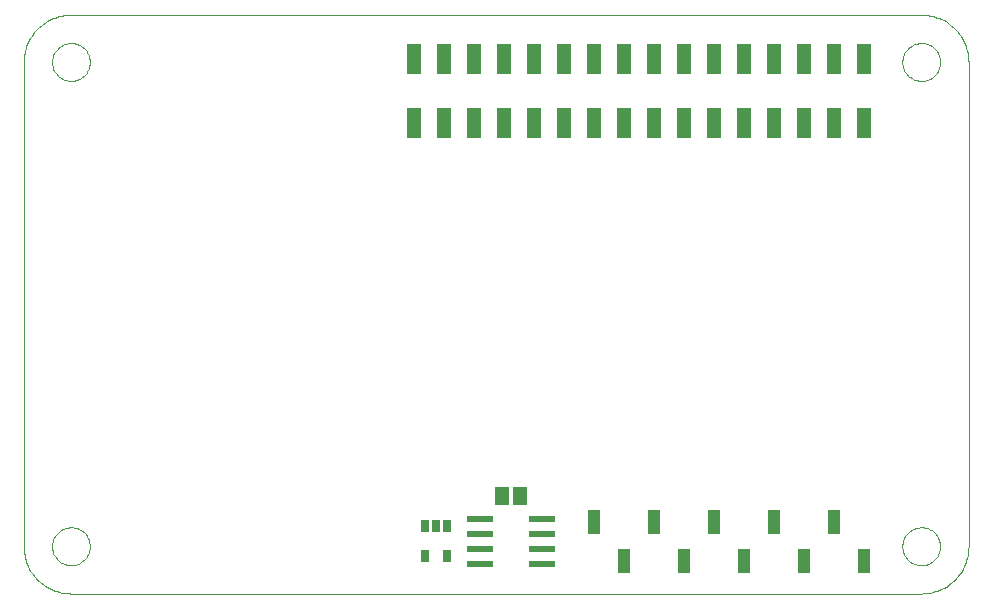
<source format=gtp>
G75*
G70*
%OFA0B0*%
%FSLAX24Y24*%
%IPPOS*%
%LPD*%
%AMOC8*
5,1,8,0,0,1.08239X$1,22.5*
%
%ADD10R,0.0500X0.1000*%
%ADD11R,0.0394X0.0787*%
%ADD12C,0.0000*%
%ADD13R,0.0272X0.0390*%
%ADD14R,0.0870X0.0240*%
%ADD15R,0.0460X0.0630*%
D10*
X018418Y016175D03*
X019418Y016175D03*
X020418Y016175D03*
X021418Y016175D03*
X022418Y016175D03*
X023418Y016175D03*
X024418Y016175D03*
X025418Y016175D03*
X026418Y016175D03*
X027418Y016175D03*
X028418Y016175D03*
X029418Y016175D03*
X030418Y016175D03*
X031418Y016175D03*
X032418Y016175D03*
X033418Y016175D03*
X033418Y018325D03*
X032418Y018325D03*
X031418Y018325D03*
X030418Y018325D03*
X029418Y018325D03*
X028418Y018325D03*
X027418Y018325D03*
X026418Y018325D03*
X025418Y018325D03*
X024418Y018325D03*
X023418Y018325D03*
X022418Y018325D03*
X021418Y018325D03*
X020418Y018325D03*
X019418Y018325D03*
X018418Y018325D03*
D11*
X024418Y002900D03*
X026418Y002900D03*
X028418Y002900D03*
X030418Y002900D03*
X032418Y002900D03*
X031418Y001600D03*
X029418Y001600D03*
X027418Y001600D03*
X025418Y001600D03*
X033418Y001600D03*
D12*
X005418Y002075D02*
X005418Y018217D01*
X006363Y018217D02*
X006365Y018267D01*
X006371Y018317D01*
X006381Y018366D01*
X006395Y018414D01*
X006412Y018461D01*
X006433Y018506D01*
X006458Y018550D01*
X006486Y018591D01*
X006518Y018630D01*
X006552Y018667D01*
X006589Y018701D01*
X006629Y018731D01*
X006671Y018758D01*
X006715Y018782D01*
X006761Y018803D01*
X006808Y018819D01*
X006856Y018832D01*
X006906Y018841D01*
X006955Y018846D01*
X007006Y018847D01*
X007056Y018844D01*
X007105Y018837D01*
X007154Y018826D01*
X007202Y018811D01*
X007248Y018793D01*
X007293Y018771D01*
X007336Y018745D01*
X007377Y018716D01*
X007416Y018684D01*
X007452Y018649D01*
X007484Y018611D01*
X007514Y018571D01*
X007541Y018528D01*
X007564Y018484D01*
X007583Y018438D01*
X007599Y018390D01*
X007611Y018341D01*
X007619Y018292D01*
X007623Y018242D01*
X007623Y018192D01*
X007619Y018142D01*
X007611Y018093D01*
X007599Y018044D01*
X007583Y017996D01*
X007564Y017950D01*
X007541Y017906D01*
X007514Y017863D01*
X007484Y017823D01*
X007452Y017785D01*
X007416Y017750D01*
X007377Y017718D01*
X007336Y017689D01*
X007293Y017663D01*
X007248Y017641D01*
X007202Y017623D01*
X007154Y017608D01*
X007105Y017597D01*
X007056Y017590D01*
X007006Y017587D01*
X006955Y017588D01*
X006906Y017593D01*
X006856Y017602D01*
X006808Y017615D01*
X006761Y017631D01*
X006715Y017652D01*
X006671Y017676D01*
X006629Y017703D01*
X006589Y017733D01*
X006552Y017767D01*
X006518Y017804D01*
X006486Y017843D01*
X006458Y017884D01*
X006433Y017928D01*
X006412Y017973D01*
X006395Y018020D01*
X006381Y018068D01*
X006371Y018117D01*
X006365Y018167D01*
X006363Y018217D01*
X005418Y018217D02*
X005420Y018294D01*
X005426Y018371D01*
X005435Y018448D01*
X005448Y018524D01*
X005465Y018600D01*
X005486Y018674D01*
X005510Y018748D01*
X005538Y018820D01*
X005569Y018890D01*
X005604Y018959D01*
X005642Y019027D01*
X005683Y019092D01*
X005728Y019155D01*
X005776Y019216D01*
X005826Y019275D01*
X005879Y019331D01*
X005935Y019384D01*
X005994Y019434D01*
X006055Y019482D01*
X006118Y019527D01*
X006183Y019568D01*
X006251Y019606D01*
X006320Y019641D01*
X006390Y019672D01*
X006462Y019700D01*
X006536Y019724D01*
X006610Y019745D01*
X006686Y019762D01*
X006762Y019775D01*
X006839Y019784D01*
X006916Y019790D01*
X006993Y019792D01*
X006993Y019791D02*
X035339Y019791D01*
X034709Y018217D02*
X034711Y018267D01*
X034717Y018317D01*
X034727Y018366D01*
X034741Y018414D01*
X034758Y018461D01*
X034779Y018506D01*
X034804Y018550D01*
X034832Y018591D01*
X034864Y018630D01*
X034898Y018667D01*
X034935Y018701D01*
X034975Y018731D01*
X035017Y018758D01*
X035061Y018782D01*
X035107Y018803D01*
X035154Y018819D01*
X035202Y018832D01*
X035252Y018841D01*
X035301Y018846D01*
X035352Y018847D01*
X035402Y018844D01*
X035451Y018837D01*
X035500Y018826D01*
X035548Y018811D01*
X035594Y018793D01*
X035639Y018771D01*
X035682Y018745D01*
X035723Y018716D01*
X035762Y018684D01*
X035798Y018649D01*
X035830Y018611D01*
X035860Y018571D01*
X035887Y018528D01*
X035910Y018484D01*
X035929Y018438D01*
X035945Y018390D01*
X035957Y018341D01*
X035965Y018292D01*
X035969Y018242D01*
X035969Y018192D01*
X035965Y018142D01*
X035957Y018093D01*
X035945Y018044D01*
X035929Y017996D01*
X035910Y017950D01*
X035887Y017906D01*
X035860Y017863D01*
X035830Y017823D01*
X035798Y017785D01*
X035762Y017750D01*
X035723Y017718D01*
X035682Y017689D01*
X035639Y017663D01*
X035594Y017641D01*
X035548Y017623D01*
X035500Y017608D01*
X035451Y017597D01*
X035402Y017590D01*
X035352Y017587D01*
X035301Y017588D01*
X035252Y017593D01*
X035202Y017602D01*
X035154Y017615D01*
X035107Y017631D01*
X035061Y017652D01*
X035017Y017676D01*
X034975Y017703D01*
X034935Y017733D01*
X034898Y017767D01*
X034864Y017804D01*
X034832Y017843D01*
X034804Y017884D01*
X034779Y017928D01*
X034758Y017973D01*
X034741Y018020D01*
X034727Y018068D01*
X034717Y018117D01*
X034711Y018167D01*
X034709Y018217D01*
X035339Y019792D02*
X035416Y019790D01*
X035493Y019784D01*
X035570Y019775D01*
X035646Y019762D01*
X035722Y019745D01*
X035796Y019724D01*
X035870Y019700D01*
X035942Y019672D01*
X036012Y019641D01*
X036081Y019606D01*
X036149Y019568D01*
X036214Y019527D01*
X036277Y019482D01*
X036338Y019434D01*
X036397Y019384D01*
X036453Y019331D01*
X036506Y019275D01*
X036556Y019216D01*
X036604Y019155D01*
X036649Y019092D01*
X036690Y019027D01*
X036728Y018959D01*
X036763Y018890D01*
X036794Y018820D01*
X036822Y018748D01*
X036846Y018674D01*
X036867Y018600D01*
X036884Y018524D01*
X036897Y018448D01*
X036906Y018371D01*
X036912Y018294D01*
X036914Y018217D01*
X036914Y002075D01*
X034709Y002075D02*
X034711Y002125D01*
X034717Y002175D01*
X034727Y002224D01*
X034741Y002272D01*
X034758Y002319D01*
X034779Y002364D01*
X034804Y002408D01*
X034832Y002449D01*
X034864Y002488D01*
X034898Y002525D01*
X034935Y002559D01*
X034975Y002589D01*
X035017Y002616D01*
X035061Y002640D01*
X035107Y002661D01*
X035154Y002677D01*
X035202Y002690D01*
X035252Y002699D01*
X035301Y002704D01*
X035352Y002705D01*
X035402Y002702D01*
X035451Y002695D01*
X035500Y002684D01*
X035548Y002669D01*
X035594Y002651D01*
X035639Y002629D01*
X035682Y002603D01*
X035723Y002574D01*
X035762Y002542D01*
X035798Y002507D01*
X035830Y002469D01*
X035860Y002429D01*
X035887Y002386D01*
X035910Y002342D01*
X035929Y002296D01*
X035945Y002248D01*
X035957Y002199D01*
X035965Y002150D01*
X035969Y002100D01*
X035969Y002050D01*
X035965Y002000D01*
X035957Y001951D01*
X035945Y001902D01*
X035929Y001854D01*
X035910Y001808D01*
X035887Y001764D01*
X035860Y001721D01*
X035830Y001681D01*
X035798Y001643D01*
X035762Y001608D01*
X035723Y001576D01*
X035682Y001547D01*
X035639Y001521D01*
X035594Y001499D01*
X035548Y001481D01*
X035500Y001466D01*
X035451Y001455D01*
X035402Y001448D01*
X035352Y001445D01*
X035301Y001446D01*
X035252Y001451D01*
X035202Y001460D01*
X035154Y001473D01*
X035107Y001489D01*
X035061Y001510D01*
X035017Y001534D01*
X034975Y001561D01*
X034935Y001591D01*
X034898Y001625D01*
X034864Y001662D01*
X034832Y001701D01*
X034804Y001742D01*
X034779Y001786D01*
X034758Y001831D01*
X034741Y001878D01*
X034727Y001926D01*
X034717Y001975D01*
X034711Y002025D01*
X034709Y002075D01*
X035339Y000500D02*
X035416Y000502D01*
X035493Y000508D01*
X035570Y000517D01*
X035646Y000530D01*
X035722Y000547D01*
X035796Y000568D01*
X035870Y000592D01*
X035942Y000620D01*
X036012Y000651D01*
X036081Y000686D01*
X036149Y000724D01*
X036214Y000765D01*
X036277Y000810D01*
X036338Y000858D01*
X036397Y000908D01*
X036453Y000961D01*
X036506Y001017D01*
X036556Y001076D01*
X036604Y001137D01*
X036649Y001200D01*
X036690Y001265D01*
X036728Y001333D01*
X036763Y001402D01*
X036794Y001472D01*
X036822Y001544D01*
X036846Y001618D01*
X036867Y001692D01*
X036884Y001768D01*
X036897Y001844D01*
X036906Y001921D01*
X036912Y001998D01*
X036914Y002075D01*
X035339Y000500D02*
X006993Y000500D01*
X006363Y002075D02*
X006365Y002125D01*
X006371Y002175D01*
X006381Y002224D01*
X006395Y002272D01*
X006412Y002319D01*
X006433Y002364D01*
X006458Y002408D01*
X006486Y002449D01*
X006518Y002488D01*
X006552Y002525D01*
X006589Y002559D01*
X006629Y002589D01*
X006671Y002616D01*
X006715Y002640D01*
X006761Y002661D01*
X006808Y002677D01*
X006856Y002690D01*
X006906Y002699D01*
X006955Y002704D01*
X007006Y002705D01*
X007056Y002702D01*
X007105Y002695D01*
X007154Y002684D01*
X007202Y002669D01*
X007248Y002651D01*
X007293Y002629D01*
X007336Y002603D01*
X007377Y002574D01*
X007416Y002542D01*
X007452Y002507D01*
X007484Y002469D01*
X007514Y002429D01*
X007541Y002386D01*
X007564Y002342D01*
X007583Y002296D01*
X007599Y002248D01*
X007611Y002199D01*
X007619Y002150D01*
X007623Y002100D01*
X007623Y002050D01*
X007619Y002000D01*
X007611Y001951D01*
X007599Y001902D01*
X007583Y001854D01*
X007564Y001808D01*
X007541Y001764D01*
X007514Y001721D01*
X007484Y001681D01*
X007452Y001643D01*
X007416Y001608D01*
X007377Y001576D01*
X007336Y001547D01*
X007293Y001521D01*
X007248Y001499D01*
X007202Y001481D01*
X007154Y001466D01*
X007105Y001455D01*
X007056Y001448D01*
X007006Y001445D01*
X006955Y001446D01*
X006906Y001451D01*
X006856Y001460D01*
X006808Y001473D01*
X006761Y001489D01*
X006715Y001510D01*
X006671Y001534D01*
X006629Y001561D01*
X006589Y001591D01*
X006552Y001625D01*
X006518Y001662D01*
X006486Y001701D01*
X006458Y001742D01*
X006433Y001786D01*
X006412Y001831D01*
X006395Y001878D01*
X006381Y001926D01*
X006371Y001975D01*
X006365Y002025D01*
X006363Y002075D01*
X005418Y002075D02*
X005420Y001998D01*
X005426Y001921D01*
X005435Y001844D01*
X005448Y001768D01*
X005465Y001692D01*
X005486Y001618D01*
X005510Y001544D01*
X005538Y001472D01*
X005569Y001402D01*
X005604Y001333D01*
X005642Y001265D01*
X005683Y001200D01*
X005728Y001137D01*
X005776Y001076D01*
X005826Y001017D01*
X005879Y000961D01*
X005935Y000908D01*
X005994Y000858D01*
X006055Y000810D01*
X006118Y000765D01*
X006183Y000724D01*
X006251Y000686D01*
X006320Y000651D01*
X006390Y000620D01*
X006462Y000592D01*
X006536Y000568D01*
X006610Y000547D01*
X006686Y000530D01*
X006762Y000517D01*
X006839Y000508D01*
X006916Y000502D01*
X006993Y000500D01*
D13*
X018794Y001738D03*
X019542Y001738D03*
X019542Y002758D03*
X019168Y002758D03*
X018794Y002758D03*
D14*
X020638Y003000D03*
X020638Y002500D03*
X020638Y002000D03*
X020638Y001500D03*
X022698Y001500D03*
X022698Y002000D03*
X022698Y002500D03*
X022698Y003000D03*
D15*
X021968Y003750D03*
X021368Y003750D03*
M02*

</source>
